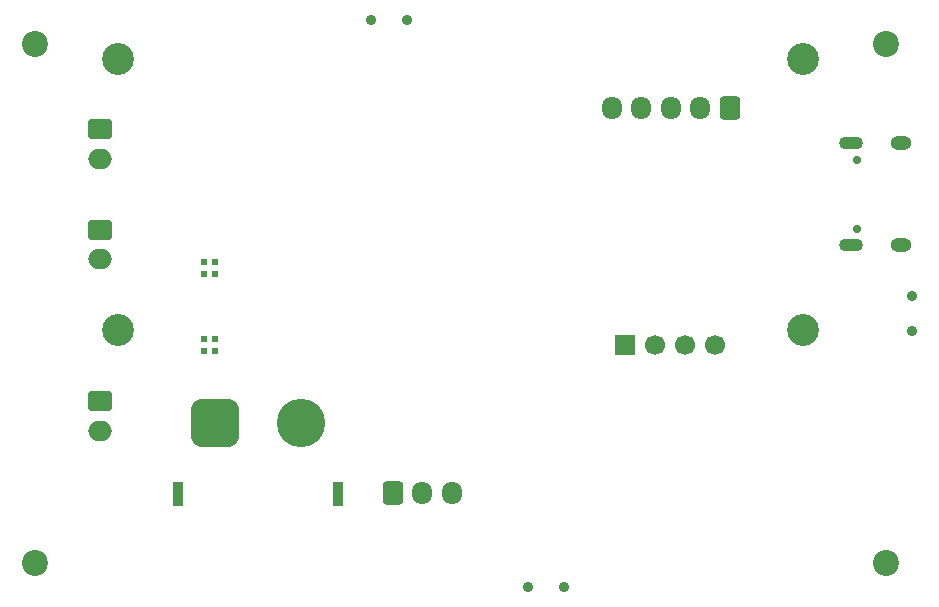
<source format=gbr>
%TF.GenerationSoftware,KiCad,Pcbnew,9.0.2*%
%TF.CreationDate,2025-12-01T07:49:58-05:00*%
%TF.ProjectId,VolleyBot,566f6c6c-6579-4426-9f74-2e6b69636164,rev?*%
%TF.SameCoordinates,Original*%
%TF.FileFunction,Soldermask,Bot*%
%TF.FilePolarity,Negative*%
%FSLAX46Y46*%
G04 Gerber Fmt 4.6, Leading zero omitted, Abs format (unit mm)*
G04 Created by KiCad (PCBNEW 9.0.2) date 2025-12-01 07:49:58*
%MOMM*%
%LPD*%
G01*
G04 APERTURE LIST*
G04 Aperture macros list*
%AMRoundRect*
0 Rectangle with rounded corners*
0 $1 Rounding radius*
0 $2 $3 $4 $5 $6 $7 $8 $9 X,Y pos of 4 corners*
0 Add a 4 corners polygon primitive as box body*
4,1,4,$2,$3,$4,$5,$6,$7,$8,$9,$2,$3,0*
0 Add four circle primitives for the rounded corners*
1,1,$1+$1,$2,$3*
1,1,$1+$1,$4,$5*
1,1,$1+$1,$6,$7*
1,1,$1+$1,$8,$9*
0 Add four rect primitives between the rounded corners*
20,1,$1+$1,$2,$3,$4,$5,0*
20,1,$1+$1,$4,$5,$6,$7,0*
20,1,$1+$1,$6,$7,$8,$9,0*
20,1,$1+$1,$8,$9,$2,$3,0*%
G04 Aperture macros list end*
%ADD10O,1.700000X1.950000*%
%ADD11RoundRect,0.250000X0.600000X0.725000X-0.600000X0.725000X-0.600000X-0.725000X0.600000X-0.725000X0*%
%ADD12C,2.200000*%
%ADD13O,1.800000X1.200000*%
%ADD14O,2.000000X1.100000*%
%ADD15C,0.700000*%
%ADD16C,0.900000*%
%ADD17C,0.610000*%
%ADD18C,2.700000*%
%ADD19C,1.700000*%
%ADD20R,1.700000X1.700000*%
%ADD21RoundRect,0.250000X-0.750000X0.600000X-0.750000X-0.600000X0.750000X-0.600000X0.750000X0.600000X0*%
%ADD22O,2.000000X1.700000*%
%ADD23RoundRect,0.250000X-0.600000X-0.725000X0.600000X-0.725000X0.600000X0.725000X-0.600000X0.725000X0*%
%ADD24R,0.900000X2.000000*%
%ADD25RoundRect,1.025000X1.025000X1.025000X-1.025000X1.025000X-1.025000X-1.025000X1.025000X-1.025000X0*%
%ADD26C,4.100000*%
G04 APERTURE END LIST*
D10*
%TO.C,J2*%
X126300000Y-73645000D03*
X128800000Y-73645000D03*
X131300000Y-73645000D03*
X133800000Y-73645000D03*
D11*
X136300000Y-73645000D03*
%TD*%
D12*
%TO.C,H3*%
X149500000Y-112250000D03*
%TD*%
D13*
%TO.C,USB2*%
X150760000Y-76680000D03*
D14*
X146550000Y-76680000D03*
D13*
X150760000Y-85320000D03*
D14*
X146550000Y-85320000D03*
D15*
X147080000Y-78110000D03*
X147080000Y-83890000D03*
%TD*%
D16*
%TO.C,SW3*%
X122250000Y-114260000D03*
X119250000Y-114260000D03*
%TD*%
D17*
%TO.C,U2*%
X92750000Y-86750000D03*
X92750000Y-87750000D03*
X91750000Y-86750000D03*
X91750000Y-87750000D03*
%TD*%
%TO.C,U3*%
X92750000Y-93250000D03*
X92750000Y-94250000D03*
X91750000Y-93250000D03*
X91750000Y-94250000D03*
%TD*%
D18*
%TO.C,H7*%
X142500000Y-92500000D03*
%TD*%
D19*
%TO.C,J1*%
X135080000Y-93750000D03*
X132540000Y-93750000D03*
X130000000Y-93750000D03*
D20*
X127460000Y-93750000D03*
%TD*%
D21*
%TO.C,J7*%
X82945000Y-98500000D03*
D22*
X82945000Y-101000000D03*
%TD*%
D21*
%TO.C,J6*%
X82945000Y-84000000D03*
D22*
X82945000Y-86500000D03*
%TD*%
D21*
%TO.C,J5*%
X82945000Y-75500000D03*
D22*
X82945000Y-78000000D03*
%TD*%
D23*
%TO.C,J4*%
X107750000Y-106305000D03*
D10*
X110250000Y-106305000D03*
X112750000Y-106305000D03*
%TD*%
D16*
%TO.C,SW2*%
X151710000Y-92600000D03*
X151710000Y-89600000D03*
%TD*%
D12*
%TO.C,H2*%
X77500000Y-112250000D03*
%TD*%
D24*
%TO.C,J3*%
X103100000Y-106350000D03*
X89600000Y-106350000D03*
D25*
X92750000Y-100350000D03*
D26*
X99950000Y-100350000D03*
%TD*%
D12*
%TO.C,H4*%
X77500000Y-68250000D03*
%TD*%
D18*
%TO.C,H5*%
X84500000Y-69500000D03*
%TD*%
%TO.C,H8*%
X84500000Y-92500000D03*
%TD*%
D12*
%TO.C,H1*%
X149500000Y-68250000D03*
%TD*%
D18*
%TO.C,H6*%
X142500000Y-69500000D03*
%TD*%
D16*
%TO.C,SW1*%
X108950000Y-66240000D03*
X105950000Y-66240000D03*
%TD*%
M02*

</source>
